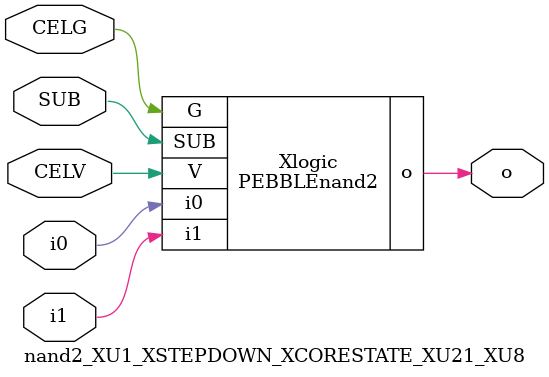
<source format=v>



module PEBBLEnand2 ( o, G, SUB, V, i0, i1 );

  input i0;
  input V;
  input i1;
  input G;
  output o;
  input SUB;
endmodule

//Celera Confidential Do Not Copy nand2_XU1_XSTEPDOWN_XCORESTATE_XU21_XU8
//Celera Confidential Symbol Generator
//5V NAND2
module nand2_XU1_XSTEPDOWN_XCORESTATE_XU21_XU8 (CELV,CELG,i0,i1,o,SUB);
input CELV;
input CELG;
input i0;
input i1;
input SUB;
output o;

//Celera Confidential Do Not Copy nand2
PEBBLEnand2 Xlogic(
.V (CELV),
.i0 (i0),
.i1 (i1),
.o (o),
.SUB (SUB),
.G (CELG)
);
//,diesize,PEBBLEnand2

//Celera Confidential Do Not Copy Module End
//Celera Schematic Generator
endmodule

</source>
